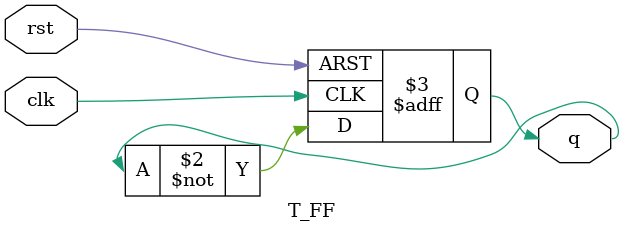
<source format=sv>
module async_up_counter (
    input clk,       // master clock
    input rst,       // asynchronous reset
    output [3:0] q   // counter output
);

    wire [3:0] clk_internal;

    // Flip-Flop 0 (LSB) gets system clock
    T_FF tff0 (.clk(clk),          .rst(rst), .q(q[0]));

    // Flip-Flop 1 gets q[0] as clock
    T_FF tff1 (.clk(q[0]),         .rst(rst), .q(q[1]));

    // Flip-Flop 2 gets q[1] as clock
    T_FF tff2 (.clk(q[1]),         .rst(rst), .q(q[2]));

    // Flip-Flop 3 gets q[2] as clock
    T_FF tff3 (.clk(q[2]),         .rst(rst), .q(q[3]));

endmodule

// Toggle Flip-Flop Module
module T_FF (
    input clk,
    input rst,
    output reg q
);
    always @(posedge clk or posedge rst) begin
        if (rst)
            q <= 0;
        else
            q <= ~q;  // toggle output
    end
endmodule

</source>
